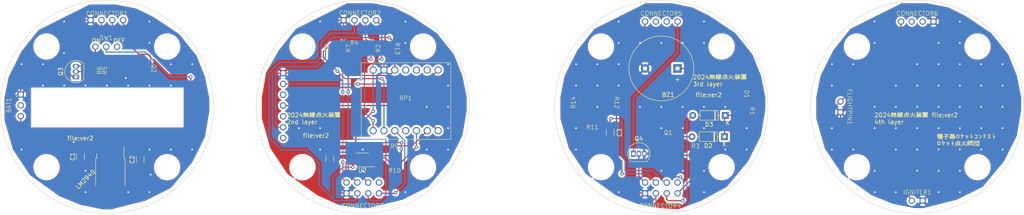
<source format=kicad_pcb>
(kicad_pcb (version 20221018) (generator pcbnew)
  (layers (0 "F.Cu" signal) (31 "B.Cu" signal) (34 "B.Paste" user) (35 "F.Paste" user) (36 "B.SilkS" user "B.Silkscreen") (37 "F.SilkS" user "F.Silkscreen") (38 "B.Mask" user) (39 "F.Mask" user) (44 "Edge.Cuts" user))
  (net 0 "")
  (footprint "screwhole:M3" (layer "F.Cu") (at 223.450215 83.818489 45)
    (fp_text reference "REF**" hide)
    (fp_text value "M3" hide)
  )
  (footprint "screwhole:M3" (layer "F.Cu") (at 191.734487 83.818489 45)
    (fp_text reference "REF**" hide)
    (fp_text value "M3" hide)
  )
  (footprint "MyConnector:8pin_looseconnector" (layer "F.Cu") (at 107.592351 116.960625)
    (fp_text reference "CONNECTOR3")
    (fp_text value "~")
  )
  (footprint "2pinconnector:2pin_connector" (layer "F.Cu") (at 219.592351 97.960625 -90)
    (fp_text reference "FLIGHTPIN1")
    (fp_text value "~")
  )
  (footprint "screwhole:M3" (layer "F.Cu") (at 191.734487 112.102761 45)
    (fp_text reference "REF**" hide)
    (fp_text value "M3" hide)
  )
  (footprint "screwhole:M3" (layer "F.Cu") (at 163.450215 112.102761 45)
    (fp_text reference "REF**" hide)
    (fp_text value "M3" hide)
  )
  (footprint "2pinconnector:30mil" (layer "F.Cu") (at 44.658905 89.948054 90)
    (fp_text reference "R6")
    (fp_text value "10000")
  )
  (footprint "Package_TO_SOT_THT:TO-92_Inline" (layer "F.Cu") (at 40.340905 90.964054 90)
    (fp_text reference "Q3")
    (fp_text value "2SJ496")
  )
  (footprint "Diode_THT:D_DO-35_SOD27_P7.62mm_Horizontal" (layer "F.Cu") (at 192.402351 104.960625 180)
    (fp_text reference "D2")
    (fp_text value "1N914")
  )
  (footprint "Capacitor_SMD:C_1206_3216Metric_Pad1.33x1.80mm_HandSolder" (layer "F.Cu") (at 55.404905 110.324054 90)
    (fp_text reference "C2")
    (fp_text value "10μF")
  )
  (footprint "2pinconnector:1.05K" (layer "F.Cu") (at 102.912351 84.244625 90)
    (fp_text reference "R7")
    (fp_text value "1000")
  )
  (footprint "MyConnector:4pin_looseconnector" (layer "F.Cu") (at 177.592351 77.960625)
    (fp_text reference "CONNECTOR5")
    (fp_text value "~")
  )
  (footprint "2pinconnector:SeeedXiaoRP2040" (layer "F.Cu") (at 117.644351 96.436625)
    (fp_text reference "RP1")
    (fp_text value "~")
  )
  (footprint "MyConnector:4pin_looseconnector" (layer "F.Cu") (at 106.928351 77.658625)
    (fp_text reference "CONNECTOR2")
    (fp_text value "~")
  )
  (footprint "screwhole:M3" (layer "F.Cu") (at 93.450215 83.818489 45)
    (fp_text reference "REF**" hide)
    (fp_text value "M3" hide)
  )
  (footprint "2pinconnector:2pin_connector" (layer "F.Cu") (at 237.592351 119.960625)
    (fp_text reference "IGNITER1")
    (fp_text value "~")
  )
  (footprint "2pinconnector:30mil" (layer "F.Cu") (at 165.592351 96.960625 -90)
    (fp_text reference "R12")
    (fp_text value "4.7")
  )
  (footprint "screwhole:M3" (layer "F.Cu") (at 61.734487 112.102761 135)
    (fp_text reference "REF**" hide)
    (fp_text value "M3" hide)
  )
  (footprint "2pinconnector:30mil" (layer "F.Cu") (at 159.592351 103.960625)
    (fp_text reference "R11")
    (fp_text value "4.7")
  )
  (footprint "Package_TO_SOT_SMD:TO-252-3_TabPin2" (layer "F.Cu") (at 48.404905 113.364054 -90)
    (fp_text reference "LM2940")
    (fp_text value "LM2940")
  )
  (footprint "2pinconnector:30mil" (layer "F.Cu") (at 100.372351 84.244625 90)
    (fp_text reference "R8")
    (fp_text value "100")
  )
  (footprint "transistors:npn" (layer "F.Cu") (at 55.834905 89.503554 -90)
    (fp_text reference "Q2")
    (fp_text value "NPN")
  )
  (footprint "2pinconnector:30mil" (layer "F.Cu") (at 114.596351 84.244625 -90)
    (fp_text reference "R13")
    (fp_text value "10000" hide)
  )
  (footprint "MyConnector:8pin_looseconnector" (layer "F.Cu") (at 177.592351 116.960625)
    (fp_text reference "CONNECTOR4")
    (fp_text value "~")
  )
  (footprint "Diode_THT:D_DO-35_SOD27_P7.62mm_Horizontal" (layer "F.Cu") (at 192.592351 99.960625 180)
    (fp_text reference "D3")
    (fp_text value "1N914")
  )
  (footprint "Buzzer_Beeper:Buzzer_15x7.5RM7.6" (layer "F.Cu") (at 181.392351 88.960625 180)
    (fp_text reference "BZ1")
    (fp_text value "Buzzer")
  )
  (footprint "screwhole:M3" (layer "F.Cu") (at 251.734487 112.102761)
    (fp_text reference "REF**" hide)
    (fp_text value "M3" hide)
  )
  (footprint "2pinconnector:1.05K" (layer "F.Cu") (at 48.722905 89.440054 90)
    (fp_text reference "R5")
    (fp_text value "510")
  )
  (footprint "Capacitor_SMD:C_1206_3216Metric_Pad1.33x1.80mm_HandSolder" (layer "F.Cu") (at 99.864351 110.152625 -90)
    (fp_text reference "C4" hide)
    (fp_text value "0.1u" hide)
  )
  (footprint "2pinconnector:30mil" (layer "F.Cu") (at 196.830351 98.960625 -90)
    (fp_text reference "R1")
    (fp_text value "470")
  )
  (footprint "screwhole:M3" (layer "F.Cu") (at 163.450215 83.818489 45)
    (fp_text reference "REF**" hide)
    (fp_text value "M3" hide)
  )
  (footprint "2pinconnector:30mil" (layer "F.Cu") (at 106.976351 84.244625 90)
    (fp_text reference "R4")
    (fp_text value "100")
  )
  (footprint "screwhole:M3" (layer "F.Cu") (at 121.734487 112.102761 45)
    (fp_text reference "REF**" hide)
    (fp_text value "M3" hide)
  )
  (footprint "screwhole:M3" (layer "F.Cu") (at 251.734487 83.818489)
    (fp_text reference "REF**" hide)
    (fp_text value "M3" hide)
  )
  (footprint "screwhole:M3" (layer "F.Cu") (at 223.450215 112.102761 45)
    (fp_text reference "REF**" hide)
    (fp_text value "M3" hide)
  )
  (footprint "2pinconnector:TWELITE" (layer "F.Cu") (at 96.548351 97.658625 90)
    (fp_text reference "TWE1" hide)
    (fp_text value "~" hide)
  )
  (footprint "LEDS:SML-D12x1" (layer "F.Cu") (at 196.592351 94.960625 -90)
    (fp_text reference "D1")
    (fp_text value "LED")
  )
  (footprint "MyConnector:4pin_looseconnector" (layer "F.Cu") (at 47.592351 77.624054)
    (fp_text reference "CONNECTOR1")
    (fp_text value "~")
  )
  (footprint "Capacitor_SMD:C_1206_3216Metric_Pad1.33x1.80mm_HandSolder" (layer "F.Cu") (at 165.592351 103.960625 -90)
    (fp_text reference "C3")
    (fp_text value "0.1u")
  )
  (footprint "Package_SO:VSSOP-10_3x3mm_P0.5mm" (layer "F.Cu") (at 107.484351 110.406625 180)
    (fp_text reference "U2")
    (fp_text value "INA226")
  )
  (footprint "2pinconnector:1.05K" (layer "F.Cu") (at 109.516351 84.244625 90)
    (fp_text reference "R2")
    (fp_text value "1000")
  )
  (footprint "2pinconnector:30mil" (layer "F.Cu") (at 115.034351 110.914625 180)
    (fp_text reference "R10")
    (fp_text value "10000")
  )
  (footprint "2pinconnector:1.05K" (layer "F.Cu") (at 185.618351 109.334625)
    (fp_text reference "R3")
    (fp_text value "1000")
  )
  (footprint "2pinconnector:3pin_connector" (layer "F.Cu") (at 27.404905 97.604054 90)
    (fp_text reference "BAT1")
    (fp_text value "~")
  )
  (footprint "screwhole:M3" (layer "F.Cu") (at 61.734487 83.818489 135)
    (fp_text reference "REF**" hide)
    (fp_text value "M3" hide)
  )
  (footprint "2pinconnector:30mil" (layer "F.Cu") (at 115.034351 109.376625 180)
    (fp_text reference "R9")
    (fp_text value "10000")
  )
  (footprint "2pinconnector:SW" (layer "F.Cu") (at 47.452905 83.852054)
    (fp_text reference "SW1")
    (fp_text value "SW_DPDT_x2")
  )
  (footprint "Capacitor_SMD:C_1206_3216Metric_Pad1.33x1.80mm_HandSolder" (layer "F.Cu") (at 41.404905 109.624054 90)
    (fp_text reference "C1")
    (fp_text value "10μF")
  )
  (footprint "screwhole:M3" (layer "F.Cu") (at 121.734487 83.818489 45)
    (fp_text reference "REF**" hide)
    (fp_text value "M3" hide)
  )
  (footprint "screwhole:M3" (layer "F.Cu") (at 33.450215 83.818489 135)
    (fp_text reference "REF**" hide)
    (fp_text value "M3" hide)
  )
  (footprint "transistors:npn" (layer "F.Cu") (at 179.458851 107.302625 180)
    (fp_text reference "Q1")
    (fp_text value "NPN")
  )
  (footprint "MyConnector:4pin_looseconnector" (layer "F.Cu") (at 237.592351 77.960625)
    (fp_text reference "CONNECTOR6")
    (fp_text value "~")
  )
  (footprint "Package_TO_SOT_THT:TO-92_Inline" (layer "F.Cu") (at 171.052351 108.960625)
    (fp_text reference "Q4")
    (fp_text value "BS170")
  )
  (footprint "2pinconnector:0.002" (layer "F.Cu") (at 159.592351 96.960625 90)
    (fp_text reference "R14")
    (fp_text value "0.002")
  )
  (footprint "screwhole:M3" (layer "F.Cu") (at 93.450215 112.102761 45)
    (fp_text reference "REF**" hide)
    (fp_text value "M3" hide)
  )
  (footprint "screwhole:M3" (layer "F.Cu") (at 33.450215 112.102761 135)
    (fp_text reference "REF**" hide)
    (fp_text value "M3" hide)
  )
  (gr_circle (center 177.592351 97.960625) (end 202.592351 97.960625) (stroke (width 0.1)) (fill none) (layer "Edge.Cuts"))
  (gr_circle (center 107.592351 97.960625) (end 132.592351 97.960625) (stroke (width 0.1)) (fill none) (layer "Edge.Cuts"))
  (gr_circle (center 47.592351 97.960625) (end 29.914681 80.282956) (stroke (width 0.1)) (fill none) (layer "Edge.Cuts"))
  (gr_circle (center 237.592351 97.960625) (end 262.592351 97.960625) (stroke (width 0.1)) (fill none) (layer "Edge.Cuts"))
  (gr_poly (pts (xy 65.446797 102.624054) (xy 29.946797 102.624054) (xy 29.946797 93.624054) (xy 65.446797 93.624054)) (stroke (width 0.1)) (fill none) (layer "Edge.Cuts"))
  (gr_text "file:ver2" (at 38.232351 105.910625) (layer "F.SilkS") (effects (font (size 1 1)) (justify left bottom)))
  (gr_text "ON" (at 43.947351 83.050625) (layer "F.SilkS") (effects (font (size 1 1)) (justify left bottom)))
  (gr_text "OFF" (at 49.027351 83.050625) (layer "F.SilkS") (effects (font (size 1 1)) (justify left bottom)))
  (gr_text "2024無線点火装置 file:ver2\n4th layer" (at 227.462351 102.100625) (layer "F.SilkS") (effects (font (size 1 1)) (justify left bottom)))
  (gr_text "種子島ロケットコンテスト\nロケット点火師団" (at 242.067351 107.180625) (layer "F.SilkS") (effects (font (size 1 1)) (justify left bottom)))
  (gr_text "file:ver2" (at 185.552351 95.750625) (layer "F.SilkS") (effects (font (size 1 1)) (justify left bottom)))
  (gr_text "2024無線点火装置\n3rd layer" (at 184.917351 93.210625) (layer "F.SilkS") (effects (font (size 1 1)) (justify left bottom)))
  (gr_text "2024無線点火装置\n2nd layer" (at 89.667351 102.100625) (layer "F.SilkS") (effects (font (size 1 1)) (justify left bottom)))
  (gr_text "file:ver2" (at 93.477351 105.275625) (layer "F.SilkS") (effects (font (size 1 1)) (justify left bottom)))
  (segment (start 110.024351 101.262625) (end 110.024351 103.548625) (width 0.25) (layer "F.Cu") (net 0))
  (segment (start 44.912905 83.852054) (end 44.912905 87.408054) (width 0.25) (layer "F.Cu") (net 0))
  (segment (start 169.592351 109.960625) (end 169.592351 114.960625) (width 0.25) (layer "F.Cu") (net 0))
  (segment (start 68.534905 103.664054) (end 65.994905 106.204054) (width 0.25) (layer "F.Cu") (net 0))
  (segment (start 37.546905 80.296054) (end 37.546905 85.249054) (width 0.25) (layer "F.Cu") (net 0))
  (segment (start 112.047753 91.356625) (end 107.230351 91.356625) (width 0.25) (layer "F.Cu") (net 0))
  (segment (start 102.912351 114.820625) (end 103.782351 115.690625) (width 0.2) (layer "F.Cu") (net 0))
  (segment (start 173.592351 105.960625) (end 173.592351 108.960625) (width 0.25) (layer "F.Cu") (net 0))
  (segment (start 102.862351 118.230625) (end 99.864351 115.232625) (width 0.25) (layer "F.Cu") (net 0))
  (segment (start 167.076351 104.039125) (end 165.592351 105.523125) (width 0.25) (layer "F.Cu") (net 0))
  (segment (start 158.830351 103.960625) (end 162.680351 107.810625) (width 0.25) (layer "F.Cu") (net 0))
  (segment (start 181.402351 118.230625) (end 186.634351 112.998625) (width 0.25) (layer "F.Cu") (net 0))
  (segment (start 38.404905 107.624054) (end 38.404905 110.749054) (width 0.25) (layer "F.Cu") (net 0))
  (segment (start 95.038351 107.104625) (end 99.648851 111.715125) (width 0.25) (layer "F.Cu") (net 0))
  (segment (start 43.896905 88.424054) (end 44.658905 89.186054) (width 0.25) (layer "F.Cu") (net 0))
  (segment (start 104.182351 94.404625) (end 104.182351 90.594625) (width 0.25) (layer "F.Cu") (net 0))
  (segment (start 219.592351 96.690625) (end 217.592351 98.690625) (width 0.25) (layer "F.Cu") (net 0))
  (segment (start 57.866905 113.824054) (end 57.866905 109.506054) (width 0.25) (layer "F.Cu") (net 0))
  (segment (start 196.592351 99.960625) (end 196.830351 99.722625) (width 0.25) (layer "F.Cu") (net 0))
  (segment (start 172.592351 119.960625) (end 175.592351 119.960625) (width 0.25) (layer "F.Cu") (net 0))
  (segment (start 102.912351 83.228625) (end 105.198351 83.228625) (width 0.25) (layer "F.Cu") (net 0))
  (segment (start 192.402351 100.150625) (end 192.592351 99.960625) (width 0.25) (layer "F.Cu") (net 0))
  (segment (start 241.402351 77.960625) (end 220.132351 99.230625) (width 0.25) (layer "F.Cu") (net 0))
  (segment (start 102.111851 106.342625) (end 99.864351 108.590125) (width 0.25) (layer "F.Cu") (net 0))
  (segment (start 105.960351 106.342625) (end 105.960351 103.040625) (width 0.25) (layer "F.Cu") (net 0))
  (segment (start 186.634351 112.998625) (end 186.634351 111.960625) (width 0.25) (layer "F.Cu") (net 0))
  (segment (start 112.052052 91.352326) (end 112.047753 91.356625) (width 0.25) (layer "F.Cu") (net 0))
  (segment (start 41.404905 111.186554) (end 43.545405 111.186554) (width 0.25) (layer "F.Cu") (net 0))
  (segment (start 102.912351 94.404625) (end 102.912351 85.260625) (width 0.2) (layer "F.Cu") (net 0))
  (segment (start 119.168351 107.104625) (end 122.724351 103.548625) (width 0.25) (layer "F.Cu") (net 0))
  (segment (start 65.994905 104.934054) (end 46.309905 104.934054) (width 0.25) (layer "F.Cu") (net 0))
  (segment (start 184.782351 104.960625) (end 178.397251 104.960625) (width 0.25) (layer "F.Cu") (net 0))
  (segment (start 168.346351 110.858625) (end 168.346351 113.652625) (width 0.25) (layer "F.Cu") (net 0))
  (segment (start 38.842405 111.186554) (end 41.404905 111.186554) (width 0.25) (layer "F.Cu") (net 0))
  (segment (start 160.354351 103.960625) (end 164.029851 103.960625) (width 0.25) (layer "F.Cu") (net 0))
  (segment (start 113.834351 81.704625) (end 114.596351 82.466625) (width 0.25) (layer "F.Cu") (net 0))
  (segment (start 57.087405 108.761554) (end 55.404905 108.761554) (width 0.25) (layer "F.Cu") (net 0))
  (segment (start 38.404905 110.749054) (end 38.842405 111.186554) (width 0.25) (layer "F.Cu") (net 0))
  (segment (start 186.634351 109.334625) (end 186.634351 111.960625) (width 0.25) (layer "F.Cu") (net 0))
  (segment (start 46.322351 77.624054) (end 46.322351 79.648608) (width 0.25) (layer "F.Cu") (net 0))
  (segment (start 67.264905 89.694054) (end 62.534905 89.694054) (width 0.25) (layer "F.Cu") (net 0))
  (segment (start 106.468351 92.626625) (end 121.962351 92.626625) (width 0.25) (layer "F.Cu") (net 0))
  (segment (start 165.552351 87.236625) (end 165.592351 87.276625) (width 0.25) (layer "F.Cu") (net 0))
  (segment (start 103.674351 113.658625) (end 104.290351 113.658625) (width 0.25) (layer "F.Cu") (net 0))
  (segment (start 92.514351 90.038625) (end 97.324351 85.228625) (width 0.25) (layer "F.Cu") (net 0))
  (segment (start 114.242351 109.406625) (end 114.272351 109.376625) (width 0.25) (layer "F.Cu") (net 0))
  (segment (start 165.592351 108.104625) (end 168.346351 110.858625) (width 0.25) (layer "F.Cu") (net 0))
  (segment (start 43.782351 77.624054) (end 40.218905 77.624054) (width 0.25) (layer "F.Cu") (net 0))
  (segment (start 27.404905 91.980054) (end 27.404905 95.064054) (width 0.25) (layer "F.Cu") (net 0))
  (segment (start 198.318351 99.174625) (end 197.770351 99.722625) (width 0.25) (layer "F.Cu") (net 0))
  (segment (start 173.592351 98.710625) (end 173.592351 105.960625) (width 0.25) (layer "F.Cu") (net 0))
  (segment (start 106.976351 85.006625) (end 106.976351 87.546625) (width 0.25) (layer "F.Cu") (net 0))
  (segment (start 67.264905 90.964054) (end 67.264905 103.664054) (width 0.25) (layer "F.Cu") (net 0))
  (segment (start 43.642905 111.284054) (end 43.642905 108.490054) (width 0.25) (layer "F.Cu") (net 0))
  (segment (start 44.658905 90.710054) (end 48.468905 90.710054) (width 0.25) (layer "F.Cu") (net 0))
  (segment (start 178.567351 93.735625) (end 173.717351 98.585625) (width 0.25) (layer "F.Cu") (net 0))
  (segment (start 40.218905 77.624054) (end 37.546905 80.296054) (width 0.25) (layer "F.Cu") (net 0))
  (segment (start 48.862351 77.624054) (end 48.862351 79.4195) (width 0.25) (layer "F.Cu") (net 0))
  (segment (start 27.404905 91.708054) (end 27.404905 91.980054) (width 0.25) (layer "F.Cu") (net 0))
  (segment (start 27.386905 91.962054) (end 27.404905 91.980054) (width 0.25) (layer "F.Cu") (net 0))
  (segment (start 54.310905 91.383154) (end 52.190005 91.383154) (width 0.25) (layer "F.Cu") (net 0))
  (segment (start 112.564351 87.800625) (end 112.564351 89.324625) (width 0.25) (layer "F.Cu") (net 0))
  (segment (start 198.318351 90.538625) (end 198.318351 99.174625) (width 0.25) (layer "F.Cu") (net 0))
  (segment (start 105.198351 83.228625) (end 106.976351 85.006625) (width 0.25) (layer "F.Cu") (net 0))
  (segment (start 41.404905 108.061554) (end 41.404905 106.506054) (width 0.25) (layer "F.Cu") (net 0))
  (segment (start 48.468905 90.710054) (end 48.722905 90.456054) (width 0.25) (layer "F.Cu") (net 0))
  (segment (start 112.826351 109.906625) (end 113.834351 110.914625) (width 0.25) (layer "F.Cu") (net 0))
  (segment (start 111.402351 118.230625) (end 115.160351 118.230625) (width 0.25) (layer "F.Cu") (net 0))
  (segment (start 86.402351 91.610625) (end 86.402351 104.564625) (width 0.25) (layer "F.Cu") (net 0))
  (segment (start 113.834351 110.914625) (end 114.272351 110.914625) (width 0.25) (layer "F.Cu") (net 0))
  (segment (start 40.340905 89.694054) (end 43.642905 89.694054) (width 0.25) (layer "F.Cu") (net 0))
  (segment (start 44.912905 87.408054) (end 43.896905 88.424054) (width 0.25) (layer "F.Cu") (net 0))
  (segment (start 180.546351 114.414625) (end 176.220351 110.088625) (width 0.25) (layer "F.Cu") (net 0))
  (segment (start 160.862351 96.198625) (end 159.592351 94.928625) (width 0.25) (layer "F.Cu") (net 0))
  (segment (start 103.782351 118.230625) (end 102.862351 118.230625) (width 0.25) (layer "F.Cu") (net 0))
  (segment (start 48.722905 88.424054) (end 55.580905 88.424054) (width 0.25) (layer "F.Cu") (net 0))
  (segment (start 114.356351 112.184625) (end 116.628351 112.184625) (width 0.25) (layer "F.Cu") (net 0))
  (segment (start 105.960351 103.040625) (end 110.024351 98.976625) (width 0.25) (layer "F.Cu") (net 0))
  (segment (start 176.322351 119.230625) (end 176.322351 118.230625) (width 0.25) (layer "F.Cu") (net 0))
  (segment (start 178.397251 104.960625) (end 177.579251 105.778625) (width 0.25) (layer "F.Cu") (net 0))
  (segment (start 165.592351 87.276625) (end 165.592351 96.198625) (width 0.25) (layer "F.Cu") (net 0))
  (segment (start 116.030151 107.104625) (end 114.272351 108.862425) (width 0.25) (layer "F.Cu") (net 0))
  (segment (start 116.628351 112.184625) (end 116.628351 110.914625) (width 0.25) (layer "F.Cu") (net 0))
  (segment (start 48.404905 114.624054) (end 48.404905 108.324054) (width 0.25) (layer "F.Cu") (net 0))
  (segment (start 39.590905 90.964054) (end 40.340905 90.964054) (width 0.25) (layer "F.Cu") (net 0))
  (segment (start 104.467851 108.590125) (end 105.284351 109.406625) (width 0.25) (layer "F.Cu") (net 0))
  (segment (start 113.834351 90.594625) (end 115.104351 89.324625) (width 0.25) (layer "F.Cu") (net 0))
  (segment (start 55.404905 114.324054) (end 53.429905 116.299054) (width 0.25) (layer "F.Cu") (net 0))
  (segment (start 46.322351 79.648608) (end 37.673905 88.297054) (width 0.25) (layer "F.Cu") (net 0))
  (segment (start 165.592351 105.523125) (end 165.592351 108.104625) (width 0.25) (layer "F.Cu") (net 0))
  (segment (start 99.864351 115.232625) (end 99.864351 111.715125) (width 0.25) (layer "F.Cu") (net 0))
  (segment (start 33.863905 88.932054) (end 27.386905 88.932054) (width 0.25) (layer "F.Cu") (net 0))
  (segment (start 37.673905 89.047054) (end 39.590905 90.964054) (width 0.25) (layer "F.Cu") (net 0))
  (segment (start 219.592351 100.690625) (end 238.862351 119.960625) (width 0.25) (layer "F.Cu") (net 0))
  (segment (start 164.029851 103.960625) (end 165.592351 102.398125) (width 0.25) (layer "F.Cu") (net 0))
  (segment (start 121.962351 92.626625) (end 125.264351 89.324625) (width 0.25) (layer "F.Cu") (net 0))
  (segment (start 175.592351 119.960625) (end 176.322351 119.230625) (width 0.25) (layer "F.Cu") (net 0))
  (segment (start 217.592351 100.960625) (end 236.322351 119.690625) (width 0.25) (layer "F.Cu") (net 0))
  (segment (start 165.592351 96.198625) (end 160.862351 96.198625) (width 0.25) (layer "F.Cu") (net 0))
  (segment (start 41.102905 106.204054) (end 39.832905 106.204054) (width 0.25) (layer "F.Cu") (net 0))
  (segment (start 173.717351 98.585625) (end 173.592351 98.710625) (width 0.25) (layer "F.Cu") (net 0))
  (segment (start 169.592351 114.960625) (end 172.862351 118.230625) (width 0.25) (layer "F.Cu") (net 0))
  (segment (start 104.182351 110.406625) (end 103.674351 110.914625) (width 0.25) (layer "F.Cu") (net 0))
  (segment (start 68.534905 90.964054) (end 68.534905 103.664054) (width 0.25) (layer "F.Cu") (net 0))
  (segment (start 116.628351 107.866625) (end 116.628351 108.544625) (width 0.25) (layer "F.Cu") (net 0))
  (segment (start 176.220351 110.088625) (end 176.220351 108.064625) (width 0.25) (layer "F.Cu") (net 0))
  (segment (start 98.340351 86.276625) (end 101.642351 89.578625) (width 0.25) (layer "F.Cu") (net 0))
  (segment (start 159.592351 103.198625) (end 158.830351 103.960625) (width 0.25) (layer "F.Cu") (net 0))
  (segment (start 233.782351 82.500625) (end 219.592351 96.690625) (width 0.25) (layer "F.Cu") (net 0))
  (segment (start 192.592351 99.960625) (end 196.592351 99.960625) (width 0.25) (layer "F.Cu") (net 0))
  (segment (start 169.092351 109.460625) (end 169.592351 109.960625) (width 0.25) (layer "F.Cu") (net 0))
  (segment (start 196.740351 88.960625) (end 198.318351 90.538625) (width 0.25) (layer "F.Cu") (net 0))
  (segment (start 236.322351 119.690625) (end 236.322351 119.960625) (width 0.25) (layer "F.Cu") (net 0))
  (segment (start 109.516351 85.260625) (end 109.516351 86.784625) (width 0.25) (layer "F.Cu") (net 0))
  (segment (start 43.642905 108.490054) (end 43.808905 108.324054) (width 0.25) (layer "F.Cu") (net 0))
  (segment (start 165.592351 97.722625) (end 166.132351 97.722625) (width 0.25) (layer "F.Cu") (net 0))
  (segment (start 115.104351 85.514625) (end 114.596351 85.006625) (width 0.25) (layer "F.Cu") (net 0))
  (segment (start 37.673905 88.297054) (end 37.673905 89.047054) (width 0.25) (layer "F.Cu") (net 0))
  (segment (start 178.087251 109.334625) (end 177.579251 108.826625) (width 0.25) (layer "F.Cu") (net 0))
  (segment (start 116.628351 110.914625) (end 120.184351 107.358625) (width 0.25) (layer "F.Cu") (net 0))
  (segment (start 164.282351 107.810625) (end 167.076351 110.604625) (width 0.25) (layer "F.Cu") (net 0))
  (segment (start 88.928351 90.038625) (end 87.974351 90.038625) (width 0.25) (layer "F.Cu") (net 0))
  (segment (start 43.545405 111.186554) (end 43.642905 111.284054) (width 0.25) (layer "F.Cu") (net 0))
  (segment (start 38.404905 107.624054) (end 37.404905 106.624054) (width 0.25) (layer "F.Cu") (net 0))
  (segment (start 173.782351 115.690625) (end 172.322351 114.230625) (width 0.25) (layer "F.Cu") (net 0))
  (segment (start 114.596351 82.466625) (end 114.596351 83.482625) (width 0.25) (layer "F.Cu") (net 0))
  (segment (start 116.628351 108.544625) (end 115.796351 109.376625) (width 0.25) (layer "F.Cu") (net 0))
  (segment (start 114.272351 108.862425) (end 114.272351 109.376625) (width 0.25) (layer "F.Cu") (net 0))
  (segment (start 43.642905 89.694054) (end 44.658905 90.710054) (width 0.25) (layer "F.Cu") (net 0))
  (segment (start 220.132351 99.230625) (end 219.592351 99.230625) (width 0.25) (layer "F.Cu") (net 0))
  (segment (start 46.309905 104.934054) (end 46.124905 105.119054) (width 0.25) (layer "F.Cu") (net 0))
  (segment (start 219.592351 99.230625) (end 219.592351 100.690625) (width 0.25) (layer "F.Cu") (net 0))
  (segment (start 114.272351 112.100625) (end 114.356351 112.184625) (width 0.25) (layer "F.Cu") (net 0))
  (segment (start 37.404905 106.624054) (end 30.404905 106.624054) (width 0.25) (layer "F.Cu") (net 0))
  (segment (start 57.104905 108.744054) (end 57.087405 108.761554) (width 0.25) (layer "F.Cu") (net 0))
  (segment (start 112.056351 78.910625) (end 112.056351 86.784625) (width 0.25) (layer "F.Cu") (net 0))
  (segment (start 105.284351 110.906625) (end 104.444351 110.906625) (width 0.25) (layer "F.Cu") (net 0))
  (segment (start 57.866905 109.506054) (end 57.104905 108.744054) (width 0.25) (layer "F.Cu") (net 0))
  (segment (start 57.358905 85.630054) (end 57.866905 86.138054) (width 0.25) (layer "F.Cu") (net 0))
  (segment (start 100.372351 85.006625) (end 102.658351 85.006625) (width 0.2) (layer "F.Cu") (net 0))
  (segment (start 196.592351 93.735625) (end 178.567351 93.735625) (width 0.25) (layer "F.Cu") (net 0))
  (segment (start 99.864351 83.482625) (end 98.340351 85.006625) (width 0.25) (layer "F.Cu") (net 0))
  (segment (start 233.782351 77.960625) (end 233.782351 82.500625) (width 0.25) (layer "F.Cu") (net 0))
  (segment (start 102.912351 110.914625) (end 103.166351 111.168625) (width 0.2) (layer "F.Cu") (net 0))
  (segment (start 46.124905 105.119054) (end 46.124905 108.324054) (width 0.25) (layer "F.Cu") (net 0))
  (segment (start 109.714351 109.376625) (end 109.684351 109.406625) (width 0.25) (layer "F.Cu") (net 0))
  (segment (start 177.236351 107.048625) (end 178.309501 107.048625) (width 0.25) (layer "F.Cu") (net 0))
  (segment (start 197.770351 99.722625) (end 196.830351 99.722625) (width 0.25) (layer "F.Cu") (net 0))
  (segment (start 165.592351 100.912625) (end 165.806351 100.698625) (width 0.25) (layer "F.Cu") (net 0))
  (segment (start 67.264905 103.664054) (end 65.994905 104.934054) (width 0.25) (layer "F.Cu") (net 0))
  (segment (start 106.976351 87.546625) (end 107.230351 87.800625) (width 0.25) (layer "F.Cu") (net 0))
  (segment (start 111.990351 78.910625) (end 112.056351 78.910625) (width 0.25) (layer "F.Cu") (net 0))
  (segment (start 52.190005 91.383154) (end 52.024905 91.218054) (width 0.25) (layer "F.Cu") (net 0))
  (segment (start 181.392351 88.960625) (end 196.740351 88.960625) (width 0.25) (layer "F.Cu") (net 0))
  (segment (start 104.182351 112.946625) (end 106.118351 112.946625) (width 0.25) (layer "F.Cu") (net 0))
  (segment (start 57.358905 90.456054) (end 57.358905 91.383154) (width 0.25) (layer "F.Cu") (net 0))
  (segment (start 165.592351 102.398125) (end 165.592351 100.912625) (width 0.25) (layer "F.Cu") (net 0))
  (segment (start 57.866905 86.138054) (end 57.866905 89.948054) (width 0.25) (layer "F.Cu") (net 0))
  (segment (start 48.862351 79.4195) (end 55.072905 85.630054) (width 0.25) (layer "F.Cu") (net 0))
  (segment (start 102.912351 110.914625) (end 102.912351 114.820625) (width 0.2) (layer "F.Cu") (net 0))
  (segment (start 51.402351 77.624054) (end 51.402351 78.5615) (width 0.25) (layer "F.Cu") (net 0))
  (segment (start 192.402351 104.960625) (end 192.402351 100.150625) (width 0.25) (layer "F.Cu") (net 0))
  (segment (start 106.976351 83.482625) (end 109.262351 83.482625) (width 0.2) (layer "F.Cu") (net 0))
  (segment (start 196.830351 96.423625) (end 196.592351 96.185625) (width 0.25) (layer "F.Cu") (net 0))
  (segment (start 217.592351 98.690625) (end 217.592351 100.960625) (width 0.25) (layer "F.Cu") (net 0))
  (segment (start 105.284351 111.406625) (end 105.198351 111.492625) (width 0.25) (layer "F.Cu") (net 0))
  (segment (start 97.324351 85.228625) (end 97.324351 81.196625) (width 0.25) (layer "F.Cu") (net 0))
  (segment (start 159.592351 98.992625) (end 159.592351 103.198625) (width 0.25) (layer "F.Cu") (net 0))
  (segment (start 99.648851 111.715125) (end 99.864351 111.715125) (width 0.25) (layer "F.Cu") (net 0))
  (segment (start 166.132351 97.722625) (end 167.076351 98.666625) (width 0.25) (layer "F.Cu") (net 0))
  (segment (start 115.160351 118.230625) (end 115.288351 118.102625) (width 0.25) (layer "F.Cu") (net 0))
  (segment (start 88.928351 97.658625) (end 119.374351 97.658625) (width 0.25) (layer "F.Cu") (net 0))
  (segment (start 108.198351 81.910625) (end 109.516351 83.228625) (width 0.2) (layer "F.Cu") (net 0))
  (segment (start 116.030151 107.104625) (end 119.168351 107.104625) (width 0.25) (layer "F.Cu") (net 0))
  (segment (start 98.340351 85.006625) (end 98.340351 86.276625) (width 0.25) (layer "F.Cu") (net 0))
  (segment (start 48.404905 106.394054) (end 48.404905 108.324054) (width 0.25) (layer "F.Cu") (net 0))
  (segment (start 176.220351 108.064625) (end 177.236351 107.048625) (width 0.25) (layer "F.Cu") (net 0))
  (segment (start 97.324351 81.196625) (end 100.862351 77.658625) (width 0.25) (layer "F.Cu") (net 0))
  (segment (start 108.198351 77.658625) (end 108.198351 81.910625) (width 0.2) (layer "F.Cu") (net 0))
  (segment (start 27.404905 103.624054) (end 27.404905 100.144054) (width 0.25) (layer "F.Cu") (net 0))
  (segment (start 167.076351 98.666625) (end 167.076351 104.039125) (width 0.25) (layer "F.Cu") (net 0))
  (segment (start 106.118351 112.946625) (end 108.862351 115.690625) (width 0.25) (layer "F.Cu") (net 0))
  (segment (start 172.862351 118.230625) (end 173.782351 118.230625) (width 0.25) (layer "F.Cu") (net 0))
  (segment (start 116.697026 106.380125) (end 116.659526 106.342625) (width 0.25) (layer "F.Cu") (net 0))
  (segment (start 173.782351 79.006625) (end 165.552351 87.236625) (width 0.25) (layer "F.Cu") (net 0))
  (segment (start 45.687405 108.761554) (end 46.124905 108.324054) (width 0.25) (layer "F.Cu") (net 0))
  (segment (start 179.226351 119.960625) (end 178.862351 119.596625) (width 0.25) (layer "F.Cu") (net 0))
  (segment (start 100.862351 77.658625) (end 103.118351 77.658625) (width 0.25) (layer "F.Cu") (net 0))
  (segment (start 54.967405 108.324054) (end 55.404905 108.761554) (width 0.25) (layer "F.Cu") (net 0))
  (segment (start 88.942351 107.104625) (end 95.038351 107.104625) (width 0.25) (layer "F.Cu") (net 0))
  (segment (start 178.862351 119.596625) (end 178.862351 118.230625) (width 0.25) (layer "F.Cu") (net 0))
  (segment (start 169.092351 102.460625) (end 169.092351 109.460625) (width 0.25) (layer "F.Cu") (net 0))
  (segment (start 109.262351 83.482625) (end 109.516351 83.228625) (width 0.2) (layer "F.Cu") (net 0))
  (segment (start 109.684351 109.906625) (end 112.826351 109.906625) (width 0.25) (layer "F.Cu") (net 0))
  (segment (start 104.290351 113.658625) (end 106.322351 115.690625) (width 0.25) (layer "F.Cu") (net 0))
  (segment (start 119.374351 97.658625) (end 125.264351 103.548625) (width 0.25) (layer "F.Cu") (net 0))
  (segment (start 48.594905 106.204054) (end 48.404905 106.394054) (width 0.25) (layer "F.Cu") (net 0))
  (segment (start 67.264905 89.694054) (end 68.534905 90.964054) (width 0.25) (layer "F.Cu") (net 0))
  (segment (start 115.104351 89.324625) (end 115.104351 85.514625) (width 0.25) (layer "F.Cu") (net 0))
  (segment (start 30.404905 106.624054) (end 27.404905 103.624054) (width 0.25) (layer "F.Cu") (net 0))
  (segment (start 55.072905 85.630054) (end 57.358905 85.630054) (width 0.25) (layer "F.Cu") (net 0))
  (segment (start 196.830351 98.198625) (end 196.830351 96.423625) (width 0.25) (layer "F.Cu") (net 0))
  (segment (start 100.372351 83.482625) (end 99.864351 83.482625) (width 0.25) (layer "F.Cu") (net 0))
  (segment (start 167.076351 110.604625) (end 167.076351 114.444625) (width 0.25) (layer "F.Cu") (net 0))
  (segment (start 40.340905 88.424054) (end 43.896905 88.424054) (width 0.25) (layer "F.Cu") (net 0))
  (segment (start 65.994905 106.204054) (end 48.594905 106.204054) (width 0.25) (layer "F.Cu") (net 0))
  (segment (start 103.118351 77.658625) (end 103.118351 83.022625) (width 0.25) (layer "F.Cu") (net 0))
  (segment (start 182.062351 114.414625) (end 180.546351 114.414625) (width 0.25) (layer "F.Cu") (net 0))
  (segment (start 51.402351 78.5615) (end 62.534905 89.694054) (width 0.25) (layer "F.Cu") (net 0))
  (segment (start 88.928351 90.038625) (end 92.514351 90.038625) (width 0.25) (layer "F.Cu") (net 0))
  (segment (start 184.487451 105.255525) (end 184.782351 104.960625) (width 0.25) (layer "F.Cu") (net 0))
  (segment (start 53.429905 116.299054) (end 49.929905 116.299054) (width 0.25) (layer "F.Cu") (net 0))
  (segment (start 173.782351 77.960625) (end 173.782351 79.006625) (width 0.25) (layer "F.Cu") (net 0))
  (segment (start 105.284351 111.406625) (end 105.284351 112.098625) (width 0.25) (layer "F.Cu") (net 0))
  (segment (start 162.680351 107.810625) (end 164.282351 107.810625) (width 0.25) (layer "F.Cu") (net 0))
  (segment (start 101.672851 109.906625) (end 105.284351 109.906625) (width 0.25) (layer "F.Cu") (net 0))
  (segment (start 116.659526 106.342625) (end 105.960351 106.342625) (width 0.25) (layer "F.Cu") (net 0))
  (segment (start 104.182351 90.594625) (end 113.834351 90.594625) (width 0.25) (layer "F.Cu") (net 0))
  (segment (start 115.796351 110.914625) (end 115.796351 109.376625) (width 0.25) (layer "F.Cu") (net 0))
  (segment (start 104.182351 111.168625) (end 104.182351 112.946625) (width 0.25) (layer "F.Cu") (net 0))
  (segment (start 105.284351 110.406625) (end 104.182351 110.406625) (width 0.25) (layer "F.Cu") (net 0))
  (segment (start 173.592351 102.460625) (end 169.092351 102.460625) (width 0.25) (layer "F.Cu") (net 0))
  (segment (start 103.118351 83.022625) (end 102.912351 83.228625) (width 0.25) (layer "F.Cu") (net 0))
  (segment (start 172.322351 114.230625) (end 172.322351 108.960625) (width 0.25) (layer "F.Cu") (net 0))
  (segment (start 41.404905 106.506054) (end 41.102905 106.204054) (width 0.25) (layer "F.Cu") (net 0))
  (segment (start 55.580905 88.424054) (end 55.834905 88.678054) (width 0.25) (layer "F.Cu") (net 0))
  (segment (start 86.402351 104.564625) (end 88.942351 107.104625) (width 0.25) (layer "F.Cu") (net 0))
  (segment (start 167.076351 114.444625) (end 172.592351 119.960625) (width 0.25) (layer "F.Cu") (net 0))
  (segment (start 104.444351 110.906625) (end 104.182351 111.168625) (width 0.25) (layer "F.Cu") (net 0))
  (segment (start 109.684351 109.406625) (end 114.242351 109.406625) (width 0.25) (layer "F.Cu") (net 0))
  (segment (start 57.866905 89.948054) (end 57.358905 90.456054) (width 0.25) (layer "F.Cu") (net 0))
  (segment (start 27.386905 88.932054) (end 27.386905 91.962054) (width 0.25) (layer "F.Cu") (net 0))
  (segment (start 55.404905 111.886554) (end 55.404905 114.324054) (width 0.25) (layer "F.Cu") (net 0))
  (segment (start 99.864351 111.715125) (end 101.672851 109.906625) (width 0.25) (layer "F.Cu") (net 0))
  (segment (start 105.960351 106.342625) (end 102.111851 106.342625) (width 0.25) (layer "F.Cu") (net 0))
  (segment (start 43.808905 108.324054) (end 46.124905 108.324054) (width 0.25) (layer "F.Cu") (net 0))
  (segment (start 102.658351 85.006625) (end 102.912351 85.260625) (width 0.2) (layer "F.Cu") (net 0))
  (segment (start 37.546905 85.249054) (end 33.863905 88.932054) (width 0.25) (layer "F.Cu") (net 0))
  (segment (start 110.738351 77.658625) (end 111.990351 78.910625) (width 0.25) (layer "F.Cu") (net 0))
  (segment (start 99.864351 108.590125) (end 104.467851 108.590125) (width 0.25) (layer "F.Cu") (net 0))
  (segment (start 87.974351 90.038625) (end 86.402351 91.610625) (width 0.25) (layer "F.Cu") (net 0))
  (segment (start 107.230351 87.800625) (end 112.564351 87.800625) (width 0.25) (layer "F.Cu") (net 0))
  (segment (start 114.272351 110.914625) (end 114.272351 112.100625) (width 0.25) (layer "F.Cu") (net 0))
  (segment (start 182.592351 119.960625) (end 179.226351 119.960625) (width 0.25) (layer "F.Cu") (net 0))
  (segment (start 184.602351 109.334625) (end 178.087251 109.334625) (width 0.25) (layer "F.Cu") (net 0))
  (segment (start 178.567351 93.735625) (end 173.792351 88.960625) (width 0.25) (layer "F.Cu") (net 0))
  (segment (start 50.684905 108.324054) (end 54.967405 108.324054) (width 0.25) (layer "F.Cu") (net 0))
  (segment (start 103.674351 110.914625) (end 103.674351 113.658625) (width 0.25) (layer "F.Cu") (net 0))
  (via (at 32.592351 92.960625) (size 0.8) (drill 0.4) (layers "F.Cu" "B.Cu") (net 0))
  (via (at 62.592351 92.960625) (size 0.8) (drill 0.4) (layers "F.Cu" "B.Cu") (net 0))
  (via (at 67.264905 90.964054) (size 0.8) (drill 0.4) (layers "F.Cu" "B.Cu") (net 0))
  (via (at 27.592351 107.960625) (size 0.8) (drill 0.4) (layers "F.Cu" "B.Cu") (net 0))
  (via (at 242.592351 117.960625) (size 0.8) (drill 0.4) (layers "F.Cu" "B.Cu") (net 0))
  (via (at 117.592351 82.960625) (size 0.8) (drill 0.4) (layers "F.Cu" "B.Cu") (net 0))
  (via (at 127.592351 97.960625) (size 0.8) (drill 0.4) (layers "F.Cu" "B.Cu") (net 0))
  (via (at 237.592351 92.960625) (size 0.8) (drill 0.4) (layers "F.Cu" "B.Cu") (net 0))
  (via (at 252.592351 92.960625) (size 0.8) (drill 0.4) (layers "F.Cu" "B.Cu") (net 0))
  (via (at 105.284351 112.098625) (size 0.8) (drill 0.4) (layers "F.Cu" "B.Cu") (net 0))
  (via (at 97.592351 77.960625) (size 0.8) (drill 0.4) (layers "F.Cu" "B.Cu") (net 0))
  (via (at 247.592351 107.960625) (size 0.8) (drill 0.4) (layers "F.Cu" "B.Cu") (net 0))
  (via (at 227.592351 112.960625) (size 0.8) (drill 0.4) (layers "F.Cu" "B.Cu") (net 0))
  (via (at 257.592351 87.960625) (size 0.8) (drill 0.4) (layers "F.Cu" "B.Cu") (net 0))
  (via (at 177.592351 97.960625) (size 0.8) (drill 0.4) (layers "F.Cu" "B.Cu") (net 0))
  (via (at 168.346351 113.652625) (size 0.8) (drill 0.4) (layers "F.Cu" "B.Cu") (net 0))
  (via (at 42.592351 112.960625) (size 0.8) (drill 0.4) (layers "F.Cu" "B.Cu") (net 0))
  (via (at 157.592351 107.960625) (size 0.8) (drill 0.4) (layers "F.Cu" "B.Cu") (net 0))
  (via (at 247.592351 77.960625) (size 0.8) (drill 0.4) (layers "F.Cu" "B.Cu") (net 0))
  (via (at 157.592351 87.960625) (size 0.8) (drill 0.4) (layers "F.Cu" "B.Cu") (net 0))
  (via (at 237.592351 97.960625) (size 0.8) (drill 0.4) (layers "F.Cu" "B.Cu") (net 0))
  (via (at 52.592351 92.960625) (size 0.8) (drill 0.4) (layers "F.Cu" "B.Cu") (net 0))
  (via (at 252.592351 97.960625) (size 0.8) (drill 0.4) (layers "F.Cu" "B.Cu") (net 0))
  (via (at 242.592351 102.960625) (size 0.8) (drill 0.4) (layers "F.Cu" "B.Cu") (net 0))
  (via (at 252.592351 102.960625) (size 0.8) (drill 0.4) (layers "F.Cu" "B.Cu") (net 0))
  (via (at 157.592351 102.960625) (size 0.8) (drill 0.4) (layers "F.Cu" "B.Cu") (net 0))
  (via (at 106.468351 92.626625) (size 0.8) (drill 0.4) (layers "F.Cu" "B.Cu") (net 0))
  (via (at 192.592351 107.960625) (size 0.8) (drill 0.4) (layers "F.Cu" "B.Cu") (net 0))
  (via (at 27.592351 87.960625) (size 0.8) (drill 0.4) (layers "F.Cu" "B.Cu") (net 0))
  (via (at 122.592351 97.960625) (size 0.8) (drill 0.4) (layers "F.Cu" "B.Cu") (net 0))
  (via (at 182.592351 112.960625) (size 0.8) (drill 0.4) (layers "F.Cu" "B.Cu") (net 0))
  (via (at 247.592351 92.960625) (size 0.8) (drill 0.4) (layers "F.Cu" "B.Cu") (net 0))
  (via (at 162.592351 92.960625) (size 0.8) (drill 0.4) (layers "F.Cu" "B.Cu") (net 0))
  (via (at 57.592351 117.960625) (size 0.8) (drill 0.4) (layers "F.Cu" "B.Cu") (net 0))
  (via (at 182.592351 82.960625) (size 0.8) (drill 0.4) (layers "F.Cu" "B.Cu") (net 0))
  (via (at 117.592351 117.960625) (size 0.8) (drill 0.4) (layers "F.Cu" "B.Cu") (net 0))
  (via (at 107.592351 112.960625) (size 0.8) (drill 0.4) (layers "F.Cu" "B.Cu") (net 0))
  (via (at 120.184351 107.358625) (size 0.8) (drill 0.4) (layers "F.Cu" "B.Cu") (net 0))
  (via (at 232.592351 97.960625) (size 0.8) (drill 0.4) (layers "F.Cu" "B.Cu") (net 0))
  (via (at 172.592351 97.960625) (size 0.8) (drill 0.4) (layers "F.Cu" "B.Cu") (net 0))
  (via (at 252.592351 87.960625) (size 0.8) (drill 0.4) (layers "F.Cu" "B.Cu") (net 0))
  (via (at 116.697026 106.380125) (size 0.8) (drill 0.4) (layers "F.Cu" "B.Cu") (net 0))
  (via (at 237.592351 102.960625) (size 0.8) (drill 0.4) (layers "F.Cu" "B.Cu") (net 0))
  (via (at 67.592351 87.960625) (size 0.8) (drill 0.4) (layers "F.Cu" "B.Cu") (net 0))
  (via (at 182.062351 114.414625) (size 0.8) (drill 0.4) (layers "F.Cu" "B.Cu") (net 0))
  (via (at 187.592351 77.960625) (size 0.8) (drill 0.4) (layers "F.Cu" "B.Cu") (net 0))
  (via (at 227.592351 77.960625) (size 0.8) (drill 0.4) (layers "F.Cu" "B.Cu") (net 0))
  (via (at 102.912351 94.404625) (size 0.8) (drill 0.4) (layers "F.Cu" "B.Cu") (net 0))
  (via (at 187.592351 97.960625) (size 0.8) (drill 0.4) (layers "F.Cu" "B.Cu") (net 0))
  (via (at 242.592351 92.960625) (size 0.8) (drill 0.4) (layers "F.Cu" "B.Cu") (net 0))
  (via (at 102.912351 110.914625) (size 0.8) (drill 0.4) (layers "F.Cu" "B.Cu") (net 0))
  (via (at 247.592351 102.960625) (size 0.8) (drill 0.4) (layers "F.Cu" "B.Cu") (net 0))
  (via (at 37.546905 85.376054) (size 0.8) (drill 0.4) (layers "F.Cu" "B.Cu") (net 0))
  (via (at 109.516351 86.784625) (size 0.8) (drill 0.4) (layers "F.Cu" "B.Cu") (net 0))
  (via (at 47.592351 92.960625) (size 0.8) (drill 0.4) (layers "F.Cu" "B.Cu") (net 0))
  (via (at 113.834351 81.704625) (size 0.8) (drill 0.4) (layers "F.Cu" "B.Cu") (net 0))
  (via (at 52.024905 91.218054) (size 0.8) (drill 0.4) (layers "F.Cu" "B.Cu") (net 0))
  (via (at 247.592351 82.960625) (size 0.8) (drill 0.4) (layers "F.Cu" "B.Cu") (net 0))
  (via (at 177.592351 102.960625) (size 0.8) (drill 0.4) (layers "F.Cu" "B.Cu") (net 0))
  (via (at 37.592351 77.960625) (size 0.8) (drill 0.4) (layers "F.Cu" "B.Cu") (net 0))
  (via (at 57.592351 92.960625) (size 0.8) (drill 0.4) (layers "F.Cu" "B.Cu") (net 0))
  (via (at 192.592351 97.960625) (size 0.8) (drill 0.4) (layers "F.Cu" "B.Cu") (net 0))
  (via (at 217.592351 102.960625) (size 0.8) (drill 0.4) (layers "F.Cu" "B.Cu") (net 0))
  (via (at 257.592351 92.960625) (size 0.8) (drill 0.4) (layers "F.Cu" "B.Cu") (net 0))
  (via (at 32.592351 87.960625) (size 0.8) (drill 0.4) (layers "F.Cu" "B.Cu") (net 0))
  (via (at 182.592351 97.960625) (size 0.8) (drill 0.4) (layers "F.Cu" "B.Cu") (net 0))
  (via (at 172.592351 82.960625) (size 0.8) (drill 0.4) (layers "F.Cu" "B.Cu") (net 0))
  (via (at 247.592351 117.960625) (size 0.8) (drill 0.4) (layers "F.Cu" "B.Cu") (net 0))
  (via (at 57.866905 113.824054) (size 0.8) (drill 0.4) (layers "F.Cu" "B.Cu") (net 0))
  (via (at 177.592351 82.960625) (size 0.8) (drill 0.4) (layers "F.Cu" "B.Cu") (net 0))
  (via (at 167.592351 77.960625) (size 0.8) (drill 0.4) (layers "F.Cu" "B.Cu") (net 0))
  (via (at 97.592351 102.960625) (size 0.8) (drill 0.4) (layers "F.Cu" "B.Cu") (net 0))
  (via (at 107.230351 91.356625) (size 0.8) (drill 0.4) (layers "F.Cu" "B.Cu") (net 0))
  (via (at 127.592351 107.960625) (size 0.8) (drill 0.4) (layers "F.Cu" "B.Cu") (net 0))
  (via (at 227.592351 82.960625) (size 0.8) (drill 0.4) (layers "F.Cu" "B.Cu") (net 0))
  (via (at 182.592351 119.960625) (size 0.8) (drill 0.4) (layers "F.Cu" "B.Cu") (net 0))
  (via (at 217.592351 92.960625) (size 0.8) (drill 0.4) (layers "F.Cu" "B.Cu") (net 0))
  (via (at 162.592351 97.960625) (size 0.8) (drill 0.4) (layers "F.Cu" "B.Cu") (net 0))
  (via (at 97.592351 107.960625) (size 0.8) (drill 0.4) (layers "F.Cu" "B.Cu") (net 0))
  (via (at 62.592351 107.960625) (size 0.8) (drill 0.4) (layers "F.Cu" "B.Cu") (net 0))
  (via (at 242.592351 97.960625) (size 0.8) (drill 0.4) (layers "F.Cu" "B.Cu") (net 0))
  (via (at 232.592351 107.960625) (size 0.8) (drill 0.4) (layers "F.Cu" "B.Cu") (net 0))
  (via (at 39.832905 106.204054) (size 0.8) (drill 0.4) (layers "F.Cu" "B.Cu") (net 0))
  (via (at 127.592351 92.960625) (size 0.8) (drill 0.4) (layers "F.Cu" "B.Cu") (net 0))
  (via (at 232.592351 102.960625) (size 0.8) (drill 0.4) (layers "F.Cu" "B.Cu") (net 0))
  (via (at 187.592351 117.960625) (size 0.8) (drill 0.4) (layers "F.Cu" "B.Cu") (net 0))
  (via (at 101.642351 89.578625) (size 0.8) (drill 0.4) (layers "F.Cu" "B.Cu") (net 0))
  (via (at 107.592351 107.960625) (size 0.8) (drill 0.4) (layers "F.Cu" "B.Cu") (net 0))
  (via (at 227.592351 102.960625) (size 0.8) (drill 0.4) (layers "F.Cu" "B.Cu") (net 0))
  (via (at 52.592351 117.960625) (size 0.8) (drill 0.4) (layers "F.Cu" "B.Cu") (net 0))
  (via (at 122.592351 107.960625) (size 0.8) (drill 0.4) (layers "F.Cu" "B.Cu") (net 0))
  (via (at 157.592351 92.960625) (size 0.8) (drill 0.4) (layers "F.Cu" "B.Cu") (net 0))
  (via (at 92.592351 102.960625) (size 0.8) (drill 0.4) (layers "F.Cu" "B.Cu") (net 0))
  (via (at 165.806351 100.698625) (size 0.8) (drill 0.4) (layers "F.Cu" "B.Cu") (net 0))
  (via (at 62.592351 87.960625) (size 0.8) (drill 0.4) (layers "F.Cu" "B.Cu") (net 0))
  (via (at 167.592351 82.960625) (size 0.8) (drill 0.4) (layers "F.Cu" "B.Cu") (net 0))
  (via (at 197.592351 102.960625) (size 0.8) (drill 0.4) (layers "F.Cu" "B.Cu") (net 0))
  (via (at 242.592351 82.960625) (size 0.8) (drill 0.4) (layers "F.Cu" "B.Cu") (net 0))
  (via (at 237.592351 87.960625) (size 0.8) (drill 0.4) (layers "F.Cu" "B.Cu") (net 0))
  (via (at 187.592351 102.960625) (size 0.8) (drill 0.4) (layers "F.Cu" "B.Cu") (net 0))
  (via (at 242.592351 87.960625) (size 0.8) (drill 0.4) (layers "F.Cu" "B.Cu") (net 0))
  (via (at 42.592351 92.960625) (size 0.8) (drill 0.4) (layers "F.Cu" "B.Cu") (net 0))
  (via (at 117.592351 77.960625) (size 0.8) (drill 0.4) (layers "F.Cu" "B.Cu") (net 0))
  (via (at 167.592351 117.960625) (size 0.8) (drill 0.4) (layers "F.Cu" "B.Cu") (net 0))
  (via (at 182.592351 102.960625) (size 0.8) (drill 0.4) (layers "F.Cu" "B.Cu") (net 0))
  (via (at 167.592351 87.960625) (size 0.8) (drill 0.4) (layers "F.Cu" "B.Cu") (net 0))
  (via (at 110.024351 101.262625) (size 0.8) (drill 0.4) (layers "F.Cu" "B.Cu") (net 0))
  (via (at 110.024351 98.976625) (size 0.8) (drill 0.4) (layers "F.Cu" "B.Cu") (net 0))
  (via (at 227.592351 97.960625) (size 0.8) (drill 0.4) (layers "F.Cu" "B.Cu") (net 0))
  (via (at 247.592351 97.960625) (size 0.8) (drill 0.4) (layers "F.Cu" "B.Cu") (net 0))
  (via (at 37.592351 92.960625) (size 0.8) (drill 0.4) (layers "F.Cu" "B.Cu") (net 0))
  (via (at 227.592351 117.960625) (size 0.8) (drill 0.4) (layers "F.Cu" "B.Cu") (net 0))
  (via (at 232.592351 117.960625) (size 0.8) (drill 0.4) (layers "F.Cu" "B.Cu") (net 0))
  (via (at 247.592351 112.960625) (size 0.8) (drill 0.4) (layers "F.Cu" "B.Cu") (net 0))
  (via (at 177.592351 112.960625) (size 0.8) (drill 0.4) (layers "F.Cu" "B.Cu") (net 0))
  (via (at 187.592351 112.960625) (size 0.8) (drill 0.4) (layers "F.Cu" "B.Cu") (net 0))
  (via (at 257.592351 107.960625) (size 0.8) (drill 0.4) (layers "F.Cu" "B.Cu") (net 0))
  (via (at 237.592351 107.960625) (size 0.8) (drill 0.4) (layers "F.Cu" "B.Cu") (net 0))
  (via (at 104.182351 94.404625) (size 0.8) (drill 0.4) (layers "F.Cu" "B.Cu") (net 0))
  (via (at 116.628351 107.866625) (size 0.8) (drill 0.4) (layers "F.Cu" "B.Cu") (net 0))
  (via (at 217.592351 87.960625) (size 0.8) (drill 0.4) (layers "F.Cu" "B.Cu") (net 0))
  (via (at 252.592351 107.960625) (size 0.8) (drill 0.4) (layers "F.Cu" "B.Cu") (net 0))
  (via (at 57.592351 107.960625) (size 0.8) (drill 0.4) (layers "F.Cu" "B.Cu") (net 0))
  (via (at 162.592351 87.960625) (size 0.8) (drill 0.4) (layers "F.Cu" "B.Cu") (net 0))
  (via (at 112.052052 91.352326) (size 0.8) (drill 0.4) (layers "F.Cu" "B.Cu") (net 0))
  (via (at 187.592351 82.960625) (size 0.8) (drill 0.4) (layers "F.Cu" "B.Cu") (net 0))
  (via (at 257.592351 97.960625) (size 0.8) (drill 0.4) (layers "F.Cu" "B.Cu") (net 0))
  (via (at 115.288351 118.102625) (size 0.8) (drill 0.4) (layers "F.Cu" "B.Cu") (net 0))
  (via (at 167.592351 92.960625) (size 0.8) (drill 0.4) (layers "F.Cu" "B.Cu") (net 0))
  (via (at 217.592351 107.960625) (size 0.8) (drill 0.4) (layers "F.Cu" "B.Cu") (net 0))
  (via (at 247.592351 87.960625) (size 0.8) (drill 0.4) (layers "F.Cu" "B.Cu") (net 0))
  (via (at 57.592351 82.960625) (size 0.8) (drill 0.4) (layers "F.Cu" "B.Cu") (net 0))
  (via (at 42.592351 117.960625) (size 0.8) (drill 0.4) (layers "F.Cu" "B.Cu") (net 0))
  (via (at 67.592351 107.960625) (size 0.8) (drill 0.4) (layers "F.Cu" "B.Cu") (net 0))
  (via (at 242.592351 112.960625) (size 0.8) (drill 0.4) (layers "F.Cu" "B.Cu") (net 0))
  (via (at 57.592351 77.960625) (size 0.8) (drill 0.4) (layers "F.Cu" "B.Cu") (net 0))
  (via (at 222.592351 87.960625) (size 0.8) (drill 0.4) (layers "F.Cu" "B.Cu") (net 0))
  (via (at 197.592351 107.960625) (size 0.8) (drill 0.4) (layers "F.Cu" "B.Cu") (net 0))
  (via (at 232.592351 92.960625) (size 0.8) (drill 0.4) (layers "F.Cu" "B.Cu") (net 0))
  (via (at 242.592351 107.960625) (size 0.8) (drill 0.4) (layers "F.Cu" "B.Cu") (net 0))
  (via (at 257.592351 102.960625) (size 0.8) (drill 0.4) (layers "F.Cu" "B.Cu") (net 0))
  (via (at 112.056351 86.784625) (size 0.8) (drill 0.4) (layers "F.Cu" "B.Cu") (net 0))
  (via (at 222.592351 107.960625) (size 0.8) (drill 0.4) (layers "F.Cu" "B.Cu") (net 0))
  (via (at 127.592351 102.960625) (size 0.8) (drill 0.4) (layers "F.Cu" "B.Cu") (net 0))
  (via (at 237.592351 112.960625) (size 0.8) (drill 0.4) (layers "F.Cu" "B.Cu") (net 0))
  (via (at 127.592351 87.960625) (size 0.8) (drill 0.4) (layers "F.Cu" "B.Cu") (net 0))
  (segment (start 182.892656 120.685625) (end 182.867351 120.685625) (width 0.25) (layer "B.Cu") (net 0))
  (segment (start 168.346351 101.460625) (end 168.346351 109.588625) (width 0.25) (layer "B.Cu") (net 0))
  (segment (start 112.056351 86.784625) (end 111.040351 86.784625) (width 0.25) (layer "B.Cu") (net 0))
  (segment (start 105.658351 80.640625) (end 105.706351 80.688625) (width 0.25) (layer "B.Cu") (net 0))
  (segment (start 182.824351 115.176625) (end 182.062351 114.414625) (width 0.25) (layer "B.Cu") (net 0))
  (segment (start 88.928351 92.578625) (end 106.420351 92.578625) (width 0.25) (layer "B.Cu") (net 0))
  (segment (start 102.998351 112.098625) (end 100.626351 114.470625) (width 0.25) (layer "B.Cu") (net 0))
  (segment (start 56.596905 85.122054) (end 47.452905 85.122054) (width 0.25) (layer "B.Cu") (net 0))
  (segment (start 52.024905 87.916054) (end 50.500905 86.392054) (width 0.25) (layer "B.Cu") (net 0))
  (segment (start 88.180351 88.562625) (end 96.816351 88.562625) (width 0.25) (layer "B.Cu") (net 0))
  (segment (start 182.592351 119.960625) (end 182.824351 119.728625) (width 0.25) (layer "B.Cu") (net 0))
  (segment (start 111.040351 86.784625) (end 110.024351 87.800625) (width 0.25) (layer "B.Cu") (net 0))
  (segment (start 47.452905 85.122054) (end 47.452905 83.852054) (width 0.25) (layer "B.Cu") (net 0))
  (segment (start 107.992351 86.784625) (end 109.516351 86.784625) (width 0.25) (layer "B.Cu") (net 0))
  (segment (start 96.562351 87.546625) (end 88.006351 87.546625) (width 0.25) (layer "B.Cu") (net 0))
  (segment (start 101.036351 119.960625) (end 100.626351 119.550625) (width 0.25) (layer "B.Cu") (net 0))
  (segment (start 100.626351 119.550625) (end 100.626351 118.926625) (width 0.25) (layer "B.Cu") (net 0))
  (segment (start 87.878351 102.738625) (end 87.164351 102.024625) (width 0.25) (layer "B.Cu") (net 0))
  (segment (start 100.372351 81.704625) (end 113.834351 81.704625) (width 0.25) (layer "B.Cu") (net 0))
  (segment (start 168.346351 109.588625) (end 169.108351 110.350625) (width 0.25) (layer "B.Cu") (net 0))
  (segment (start 113.002351 105.580625) (end 113.002351 118.604625) (width 0.25) (layer "B.Cu") (net 0))
  (segment (start 106.322351 119.230625) (end 105.592351 119.960625) (width 0.25) (layer "B.Cu") (net 0))
  (segment (start 101.036351 119.960625) (end 105.592351 119.960625) (width 0.25) (layer "B.Cu") (net 0))
  (segment (start 30.688905 107.982054) (end 37.038905 107.982054) (width 0.25) (layer "B.Cu") (net 0))
  (segment (start 38.816905 106.204054) (end 37.038905 107.982054) (width 0.25) (layer "B.Cu") (net 0))
  (segment (start 27.404905 95.064054) (end 26.588905 95.064054) (width 0.25) (layer "B.Cu") (net 0))
  (segment (start 87.164351 89.578625) (end 88.180351 88.562625) (width 0.25) (layer "B.Cu") (net 0))
  (segment (start 109.526351 119.960625) (end 108.862351 119.296625) (width 0.25) (layer "B.Cu") (net 0))
  (segment (start 85.640351 105.167625) (end 88.593351 108.120625) (width 0.25) (layer "B.Cu") (net 0))
  (segment (start 176.322351 120.408625) (end 176.322351 118.230625) (width 0.25) (layer "B.Cu") (net 0))
  (segment (start 167.584351 100.698625) (end 168.346351 101.460625) (width 0.25) (layer "B.Cu") (net 0))
  (segment (start 97.324351 116.248625) (end 101.036351 119.960625) (width 0.25) (layer "B.Cu") (net 0))
  (segment (start 110.024351 98.976625) (end 110.024351 89.324625) (width 0.25) (layer "B.Cu") (net 0))
  (segment (start 39.578905 119.666054) (end 54.564905 119.666054) (width 0.25) (layer "B.Cu") (net 0))
  (segment (start 87.164351 90.289015) (end 87.164351 89.578625) (width 0.25) (layer "B.Cu") (net 0))
  (segment (start 105.284351 112.098625) (end 102.998351 112.098625) (width 0.25) (layer "B.Cu") (net 0))
  (segment (start 87.164351 102.024625) (end 87.164351 90.289015) (width 0.25) (layer "B.Cu") (net 0))
  (segment (start 115.288351 118.102625) (end 117.422026 115.96895) (width 0.25) (layer "B.Cu") (net 0))
  (segment (start 37.800905 108.744054) (end 37.800905 118.142054) (width 0.25) (layer "B.Cu") (net 0))
  (segment (start 174.284351 113.652625) (end 176.322351 115.690625) (width 0.25) (layer "B.Cu") (net 0))
  (segment (start 111.646351 119.960625) (end 109.526351 119.960625) (width 0.25) (layer "B.Cu") (net 0))
  (segment (start 104.182351 105.580625) (end 113.002351 105.580625) (width 0.25) (layer "B.Cu") (net 0))
  (segment (start 116.697026 106.380125) (end 116.628351 106.4488) (width 0.25) (layer "B.Cu") (net 0))
  (segment (start 182.592351 120.960625) (end 176.874351 120.960625) (width 0.25) (layer "B.Cu") (net 0))
  (segment (start 106.420351 92.578625) (end 106.468351 92.626625) (width 0.25) (layer "B.Cu") (net 0))
  (segment (start 37.800905 118.142054) (end 39.324905 119.666054) (width 0.25) (layer "B.Cu") (net 0))
  (segment (start 88.593351 108.120625) (end 94.276351 108.120625) (width 0.25) (layer "B.Cu") (net 0))
  (segment (start 67.264905 90.964054) (end 62.438905 90.964054) (width 0.25) (layer "B.Cu") (net 0))
  (segment (start 112.564351 91.864625) (end 112.564351 103.548625) (width 0.25) (layer "B.Cu") (net 0))
  (segment (start 112.052052 91.352326) (end 112.564351 91.864625) (width 0.25) (layer "B.Cu") (net 0))
  (segment (start 113.002351 118.604625) (end 111.646351 119.960625) (width 0.25) (layer "B.Cu") (net 0))
  (segment (start 184.972351 99.960625) (end 183.586351 101.346625) (width 0.25) (layer "B.Cu") (net 0))
  (segment (start 108.862351 119.296625) (end 108.862351 118.230625) (width 0.25) (layer "B.Cu") (net 0))
  (segment (start 25.354905 96.298054) (end 25.354905 102.648054) (width 0.25) (layer "B.Cu") (net 0))
  (segment (start 178.360351 115.690625) (end 178.862351 115.690625) (width 0.25) (layer "B.Cu") (net 0))
  (segment (start 107.230351 91.356625) (end 103.420351 91.356625) (width 0.25) (layer "B.Cu") (net 0))
  (segment (start 165.806351 100.698625) (end 167.584351 100.698625) (width 0.25) (layer "B.Cu") (net 0))
  (segment (start 96.816351 88.562625) (end 98.848351 86.530625) (width 0.25) (layer "B.Cu") (net 0))
  (segment (start 110.024351 87.800625) (end 110.024351 89.324625) (width 0.25) (layer "B.Cu") (net 0))
  (segment (start 97.832351 82.974625) (end 97.832351 86.276625) (width 0.25) (layer "B.Cu") (net 0))
  (segment (start 107.992351 99.230625) (end 107.992351 86.784625) (width 0.25) (layer "B.Cu") (net 0))
  (segment (start 175.560351 112.890625) (end 178.360351 115.690625) (width 0.25) (layer "B.Cu") (net 0))
  (segment (start 116.628351 106.4488) (end 116.628351 107.866625) (width 0.25) (layer "B.Cu") (net 0))
  (segment (start 105.658351 77.658625) (end 105.658351 80.640625) (width 0.25) (layer "B.Cu") (net 0))
  (segment (start 88.006351 87.546625) (end 85.640351 89.912625) (width 0.25) (layer "B.Cu") (net 0))
  (segment (start 97.324351 111.168625) (end 97.324351 116.248625) (width 0.25) (layer "B.Cu") (net 0))
  (segment (start 50.500905 86.392054) (end 38.562905 86.392054) (width 0.25) (layer "B.Cu") (net 0))
  (segment (start 117.422026 115.96895) (end 117.422026 105.8663) (width 0.25) (layer "B.Cu") (net 0))
  (segment (start 100.626351 114.470625) (end 100.626351 118.926625) (width 0.25) (layer "B.Cu") (net 0))
  (segment (start 168.346351 113.652625) (end 174.284351 113.652625) (width 0.25) (layer "B.Cu") (net 0))
  (segment (start 182.867351 120.685625) (end 182.592351 120.960625) (width 0.25) (layer "B.Cu") (net 0))
  (segment (start 25.354905 102.648054) (end 30.688905 107.982054) (width 0.25) (layer "B.Cu") (net 0))
  (segment (start 171.052351 95.706625) (end 181.402351 85.356625) (width 0.25) (layer "B.Cu") (net 0))
  (segment (start 103.420351 91.356625) (end 101.642351 89.578625) (width 0.25) (layer "B.Cu") (net 0))
  (segment (start 100.118351 80.688625) (end 97.832351 82.974625) (width 0.25) (layer "B.Cu") (net 0))
  (segment (start 62.438905 90.964054) (end 56.596905 85.122054) (width 0.25) (layer "B.Cu") (net 0))
  (segment (start 171.052351 108.960625) (end 171.052351 95.706625) (width 0.25) (layer "B.Cu") (net 0))
  (segment (start 169.108351 110.350625) (end 169.108351 112.890625) (width 0.25) (layer "B.Cu") (net 0))
  (segment (start 117.422026 105.8663) (end 115.104351 103.548625) (width 0.25) (layer "B.Cu") (net 0))
  (segment (start 105.706351 80.688625) (end 100.118351 80.688625) (width 0.25) (layer "B.Cu") (net 0))
  (segment (start 52.024905 91.218054) (end 52.024905 87.916054) (width 0.25) (layer "B.Cu") (net 0))
  (segment (start 39.324905 119.666054) (end 39.578905 119.666054) (width 0.25) (layer "B.Cu") (net 0))
  (segment (start 182.824351 119.728625) (end 182.824351 115.176625) (width 0.25) (layer "B.Cu") (net 0))
  (segment (start 97.832351 86.276625) (end 96.562351 87.546625) (width 0.25) (layer "B.Cu") (net 0))
  (segment (start 39.832905 106.204054) (end 38.816905 106.204054) (width 0.25) (layer "B.Cu") (net 0))
  (segment (start 110.024351 101.262625) (end 107.992351 99.230625) (width 0.25) (layer "B.Cu") (net 0))
  (segment (start 120.184351 107.358625) (end 120.184351 103.548625) (width 0.25) (layer "B.Cu") (net 0))
  (segment (start 57.866905 116.364054) (end 57.866905 113.824054) (width 0.25) (layer "B.Cu") (net 0))
  (segment (start 85.640351 89.912625) (end 85.640351 105.167625) (width 0.25) (layer "B.Cu") (net 0))
  (segment (start 106.322351 118.230625) (end 106.322351 119.230625) (width 0.25) (layer "B.Cu") (net 0))
  (segment (start 98.848351 83.228625) (end 100.372351 81.704625) (width 0.25) (layer "B.Cu") (net 0))
  (segment (start 38.562905 86.392054) (end 37.546905 85.376054) (width 0.25) (layer "B.Cu") (net 0))
  (segment (start 88.928351 102.738625) (end 87.878351 102.738625) (width 0.25) (layer "B.Cu") (net 0))
  (segment (start 169.108351 112.890625) (end 175.560351 112.890625) (width 0.25) (layer "B.Cu") (net 0))
  (segment (start 104.182351 94.404625) (end 104.182351 105.580625) (width 0.25) (layer "B.Cu") (net 0))
  (segment (start 102.912351 110.914625) (end 102.912351 94.404625) (width 0.2) (layer "B.Cu") (net 0))
  (segment (start 181.402351 85.356625) (end 181.402351 77.960625) (width 0.25) (layer "B.Cu") (net 0))
  (segment (start 98.848351 86.530625) (end 98.848351 83.228625) (width 0.25) (layer "B.Cu") (net 0))
  (segment (start 94.276351 108.120625) (end 97.324351 111.168625) (width 0.25) (layer "B.Cu") (net 0))
  (segment (start 54.564905 119.666054) (end 57.866905 116.364054) (width 0.25) (layer "B.Cu") (net 0))
  (segment (start 176.874351 120.960625) (end 176.322351 120.408625) (width 0.25) (layer "B.Cu") (net 0))
  (segment (start 37.038905 107.982054) (end 37.800905 108.744054) (width 0.25) (layer "B.Cu") (net 0))
  (segment (start 183.586351 101.346625) (end 183.586351 119.99193) (width 0.25) (layer "B.Cu") (net 0))
  (segment (start 26.588905 95.064054) (end 25.354905 96.298054) (width 0.25) (layer "B.Cu") (net 0))
  (segment (start 183.586351 119.99193) (end 182.892656 120.685625) (width 0.25) (layer "B.Cu") (net 0))
  (zone (net 0) (net_name "") (layers "F&B.Cu") (connect_pads (clearance 0.5)) (min_thickness 0.25) (fill yes (thermal_gap 0.5) (thermal_bridge_width 0.5))
    (polygon (pts (xy 43.592351 73.960625) (xy 31.592351 79.960625) (xy 27.592351 84.960625) (xy 24.592351 90.960625) (xy 23.592351 95.960625) (xy 23.592351 100.960625) (xy 25.592351 107.960625) (xy 29.592351 113.960625) (xy 36.592351 118.960625) (xy 41.592351 120.960625) (xy 46.592351 121.960625) (xy 48.592351 121.960625) (xy 56.592351 119.960625) (xy 62.592351 116.960625) (xy 67.592351 110.960625) (xy 70.592351 104.960625) (xy 71.592351 98.960625) (xy 71.592351 95.960625) (xy 70.592351 90.960625) (xy 68.592351 85.960625) (xy 64.592351 80.960625) (xy 58.592351 76.960625) (xy 54.592351 74.960625) (xy 49.592351 73.960625)))
  )
  (zone (net 0) (net_name "") (layers "F&B.Cu") (connect_pads (clearance 0.5)) (min_thickness 0.25) (fill yes (thermal_gap 0.5) (thermal_bridge_width 0.5))
    (polygon (pts (xy 233.938505 73.691394) (xy 221.938505 79.691394) (xy 217.938505 84.691394) (xy 214.938505 90.691394) (xy 213.938505 95.691394) (xy 213.938505 100.691394) (xy 215.938505 107.691394) (xy 219.938505 113.691394) (xy 226.938505 118.691394) (xy 231.938505 120.691394) (xy 236.938505 121.691394) (xy 238.938505 121.691394) (xy 246.938505 119.691394) (xy 252.938505 116.691394) (xy 257.938505 110.691394) (xy 260.938505 104.691394) (xy 261.938505 98.691394) (xy 261.938505 95.691394) (xy 260.938505 90.691394) (xy 258.938505 85.691394) (xy 254.938505 80.691394) (xy 248.938505 76.691394) (xy 244.938505 74.691394) (xy 239.938505 73.691394)))
  )
  (zone (net 0) (net_name "") (layers "F&B.Cu") (connect_pads (clearance 0.5)) (min_thickness 0.25) (fill yes (thermal_gap 0.5) (thermal_bridge_width 0.5))
    (polygon (pts (xy 173.938505 73.691394) (xy 161.938505 79.691394) (xy 157.938505 84.691394) (xy 154.938505 90.691394) (xy 153.938505 95.691394) (xy 153.938505 100.691394) (xy 155.938505 107.691394) (xy 159.938505 113.691394) (xy 166.938505 118.691394) (xy 171.938505 120.691394) (xy 176.938505 121.691394) (xy 181.592351 121.960625) (xy 186.938505 119.960625) (xy 192.938505 116.691394) (xy 197.938505 110.691394) (xy 200.938505 104.691394) (xy 201.938505 98.691394) (xy 201.938505 95.691394) (xy 200.938505 90.691394) (xy 198.938505 85.691394) (xy 194.938505 80.691394) (xy 188.938505 76.691394) (xy 184.938505 74.691394) (xy 179.938505 73.691394)))
  )
  (zone (net 0) (net_name "") (layers "F&B.Cu") (connect_pads (clearance 0.5)) (min_thickness 0.25) (fill yes (thermal_gap 0.5) (thermal_bridge_width 0.5))
    (polygon (pts (xy 103.938505 73.691394) (xy 91.938505 79.691394) (xy 87.938505 84.691394) (xy 84.938505 89.960625) (xy 83.938505 95.691394) (xy 83.938505 100.691394) (xy 85.938505 107.691394) (xy 89.938505 113.691394) (xy 96.938505 118.691394) (xy 101.938505 120.960625) (xy 106.938505 121.691394) (xy 108.938505 121.691394) (xy 116.938505 119.691394) (xy 122.938505 116.691394) (xy 127.938505 110.691394) (xy 130.938505 104.691394) (xy 131.938505 98.691394) (xy 131.938505 95.691394) (xy 130.938505 90.691394) (xy 128.938505 85.691394) (xy 124.938505 80.691394) (xy 118.938505 76.691394) (xy 114.938505 74.691394) (xy 109.938505 73.691394)))
  )
)
</source>
